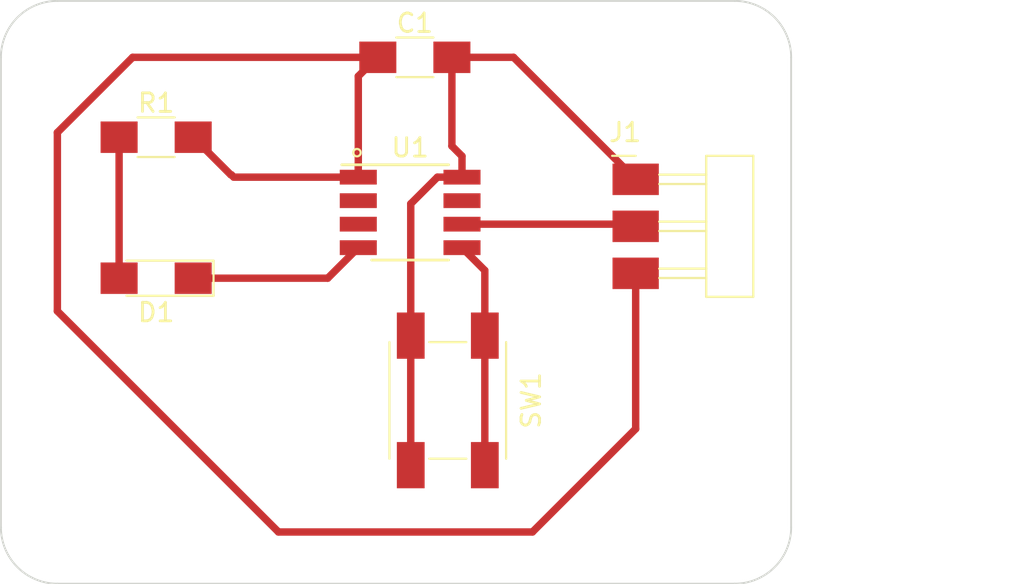
<source format=kicad_pcb>
(kicad_pcb (version 20211014) (generator pcbnew)
  (layers (0 "F.Cu" signal) (31 "B.Cu" signal) (34 "B.Paste" user) (35 "F.Paste" user) (36 "B.SilkS" user "B.Silkscreen") (37 "F.SilkS" user "F.Silkscreen") (38 "B.Mask" user) (39 "F.Mask" user) (44 "Edge.Cuts" user))
  (net 0 "")
  (net 1 "Net-(C1-Pad2)")
  (net 2 "Net-(C1-Pad1)")
  (net 6 "Net-(R1-Pad1)")
  (net 7 "Net-(U1-Pad4)")
  (net 8 "Net-(U1-Pad6)")
  (net 9 "Net-(U1-Pad5)")
  (footprint "fab:SOIC-8_3.9x4.9mm_P1.27mm" (layer "F.Cu") (at 206.756 39.624)
    (fp_text reference "U1" (at 0 -3.5) (layer "F.SilkS"))
    (fp_text value "Microcontroller_ATtiny412_SSFR")
    (fp_line (start -3.69 -2.575) (end 2.075 -2.575) (layer "F.SilkS") (width 0.15))
    (fp_line (start -2.075 2.575) (end 2.075 2.575) (layer "F.SilkS") (width 0.15))
    (fp_circle (center -2.87 -3.23) (end -2.67 -3.23) (layer "F.SilkS") (width 0.12) (fill none))
    (pad "1" smd rect locked (at -2.8 -1.905) (size 2 0.8) (layers "F.Cu" "F.Paste" "F.Mask") (net 2 "Net-(C1-Pad1)"))
    (pad "2" smd rect locked (at -2.8 -0.635) (size 2 0.8) (layers "F.Cu" "F.Paste" "F.Mask"))
    (pad "3" smd rect locked (at -2.8 0.635) (size 2 0.8) (layers "F.Cu" "F.Paste" "F.Mask"))
    (pad "4" smd rect locked (at -2.8 1.905) (size 2 0.8) (layers "F.Cu" "F.Paste" "F.Mask") (net 7 "Net-(U1-Pad4)"))
    (pad "5" smd rect locked (at 2.8 1.905) (size 2 0.8) (layers "F.Cu" "F.Paste" "F.Mask") (net 9 "Net-(U1-Pad5)"))
    (pad "6" smd rect locked (at 2.8 0.635) (size 2 0.8) (layers "F.Cu" "F.Paste" "F.Mask") (net 8 "Net-(U1-Pad6)"))
    (pad "7" smd rect locked (at 2.8 -0.635) (size 2 0.8) (layers "F.Cu" "F.Paste" "F.Mask"))
    (pad "8" smd rect locked (at 2.8 -1.905) (size 2 0.8) (layers "F.Cu" "F.Paste" "F.Mask") (net 1 "Net-(C1-Pad2)"))
  )
  (footprint "fab:C_1206" (layer "F.Cu") (at 207.01 31.242)
    (fp_text reference "C1" (at 0 -1.85) (layer "F.SilkS"))
    (fp_text value "C")
    (fp_line (start -1 -1.07) (end 1 -1.07) (layer "F.SilkS") (width 0.12))
    (fp_line (start 1 1.07) (end -1 1.07) (layer "F.SilkS") (width 0.12))
    (pad "1" smd rect locked (at -2 0) (size 2 1.7) (layers "F.Cu" "F.Paste" "F.Mask") (net 2 "Net-(C1-Pad1)"))
    (pad "2" smd rect locked (at 2 0) (size 2 1.7) (layers "F.Cu" "F.Paste" "F.Mask") (net 1 "Net-(C1-Pad2)"))
  )
  (footprint "fab:R_1206" (layer "F.Cu") (at 193.04 35.56)
    (fp_text reference "R1" (at 0 -1.85) (layer "F.SilkS"))
    (fp_text value "R")
    (fp_line (start 1 1.07) (end -1 1.07) (layer "F.SilkS") (width 0.12))
    (fp_line (start -1 -1.07) (end 1 -1.07) (layer "F.SilkS") (width 0.12))
    (pad "1" smd rect locked (at -2 0) (size 2 1.7) (layers "F.Cu" "F.Paste" "F.Mask") (net 6 "Net-(R1-Pad1)"))
    (pad "2" smd rect locked (at 2 0) (size 2 1.7) (layers "F.Cu" "F.Paste" "F.Mask") (net 2 "Net-(C1-Pad1)"))
  )
  (footprint "fab:LED_1206" (layer "F.Cu") (at 193.04 43.18 180)
    (fp_text reference "D1" (at 0 -1.85) (layer "F.SilkS"))
    (fp_text value "LED")
    (fp_line (start -3.1 -0.95) (end -3.1 0.95) (layer "F.SilkS") (width 0.12))
    (fp_line (start -3.1 0.95) (end 1.6 0.95) (layer "F.SilkS") (width 0.12))
    (fp_line (start -3.1 -0.95) (end 1.6 -0.95) (layer "F.SilkS") (width 0.12))
    (pad "1" smd rect locked (at -2 0 180) (size 2 1.7) (layers "F.Cu" "F.Paste" "F.Mask") (net 7 "Net-(U1-Pad4)"))
    (pad "2" smd rect locked (at 2 0 180) (size 2 1.7) (layers "F.Cu" "F.Paste" "F.Mask") (net 6 "Net-(R1-Pad1)"))
  )
  (footprint "fab:Button_Omron_B3SN_6x6mm" (layer "F.Cu") (at 208.788 49.784 -90)
    (fp_text reference "SW1" (at 0 -4.5 90) (layer "F.SilkS"))
    (fp_text value "PushSwitch")
    (fp_line (start 3.15 -1) (end 3.15 1) (layer "F.SilkS") (width 0.12))
    (fp_line (start -3.15 1) (end -3.15 -1) (layer "F.SilkS") (width 0.12))
    (fp_line (start -3.15 -3.15) (end 3.15 -3.15) (layer "F.SilkS") (width 0.12))
    (fp_line (start 3.15 3.15) (end -3.15 3.15) (layer "F.SilkS") (width 0.12))
    (pad "1" smd rect locked (at -3.5 -2 270) (size 2.5 1.5) (layers "F.Cu" "F.Paste" "F.Mask") (net 9 "Net-(U1-Pad5)"))
    (pad "1" smd rect locked (at 3.5 -2 270) (size 2.5 1.5) (layers "F.Cu" "F.Paste" "F.Mask") (net 9 "Net-(U1-Pad5)"))
    (pad "2" smd rect locked (at -3.5 2 270) (size 2.5 1.5) (layers "F.Cu" "F.Paste" "F.Mask") (net 1 "Net-(C1-Pad2)"))
    (pad "2" smd rect locked (at 3.5 2 270) (size 2.5 1.5) (layers "F.Cu" "F.Paste" "F.Mask") (net 1 "Net-(C1-Pad2)"))
  )
  (footprint "fab:PinHeader_1x03_P2.54mm_Horizontal_SMD" (layer "F.Cu") (at 218.934 37.836)
    (fp_text reference "J1" (at -1.524 -2.54 180) (layer "F.SilkS") (effects (justify left)))
    (fp_text value "Conn_PinHeader_1x03_P2.54mm_Horizontal_SMD")
    (fp_line (start 3.81 -0.254) (end 1.27 -0.254) (layer "F.SilkS") (width 0.12))
    (fp_line (start 3.81 5.334) (end 1.27 5.334) (layer "F.SilkS") (width 0.12))
    (fp_line (start 3.81 2.286) (end 1.27 2.286) (layer "F.SilkS") (width 0.12))
    (fp_line (start -1.27 -1.27) (end 0 -1.27) (layer "F.SilkS") (width 0.12))
    (fp_line (start 3.81 -1.27) (end 6.35 -1.27) (layer "F.SilkS") (width 0.12))
    (fp_line (start 3.81 4.826) (end 1.27 4.826) (layer "F.SilkS") (width 0.12))
    (fp_line (start 6.35 -1.27) (end 6.35 6.35) (layer "F.SilkS") (width 0.12))
    (fp_line (start 6.35 6.35) (end 3.81 6.35) (layer "F.SilkS") (width 0.12))
    (fp_line (start 3.81 2.794) (end 1.27 2.794) (layer "F.SilkS") (width 0.12))
    (fp_line (start 3.81 0.254) (end 1.27 0.254) (layer "F.SilkS") (width 0.12))
    (fp_line (start 3.81 6.35) (end 3.81 -1.27) (layer "F.SilkS") (width 0.12))
    (pad "1" smd rect locked (at 0 0) (size 2.5 1.7) (layers "F.Cu" "F.Paste" "F.Mask") (net 1 "Net-(C1-Pad2)"))
    (pad "2" smd rect locked (at 0 2.54) (size 2.5 1.7) (layers "F.Cu" "F.Paste" "F.Mask") (net 8 "Net-(U1-Pad6)"))
    (pad "3" smd rect locked (at 0 5.08) (size 2.5 1.7) (layers "F.Cu" "F.Paste" "F.Mask") (net 2 "Net-(C1-Pad1)"))
  )
  (gr_arc (start 224.282 28.194) (mid 226.437261 29.086739) (end 227.33 31.242) (layer "Edge.Cuts") (width 0.1))
  (gr_line (start 184.658 56.642) (end 184.658 31.242) (layer "Edge.Cuts") (width 0.1))
  (gr_line (start 187.706 59.69) (end 224.282 59.69) (layer "Edge.Cuts") (width 0.1))
  (gr_line (start 187.706 28.194) (end 224.282 28.194) (layer "Edge.Cuts") (width 0.1))
  (gr_arc (start 187.706 59.69) (mid 185.550739 58.797261) (end 184.658 56.642) (layer "Edge.Cuts") (width 0.1))
  (gr_arc (start 227.33 56.642) (mid 226.437261 58.797261) (end 224.282 59.69) (layer "Edge.Cuts") (width 0.1))
  (gr_line (start 227.33 56.642) (end 227.33 31.242) (layer "Edge.Cuts") (width 0.1))
  (gr_arc (start 184.658 31.242) (mid 185.550739 29.086739) (end 187.706 28.194) (layer "Edge.Cuts") (width 0.1))
  (segment (start 212.34 31.242) (end 218.934 37.836) (width 0.4) (layer "F.Cu") (net 1))
  (segment (start 209.01 31.242) (end 209.01 36.036) (width 0.4) (layer "F.Cu") (net 1))
  (segment (start 209.01 31.242) (end 209.042 31.242) (width 0.4) (layer "F.Cu") (net 1))
  (segment (start 206.788 53.284) (end 206.788 46.284) (width 0.4) (layer "F.Cu") (net 1))
  (segment (start 206.788 39.157978) (end 208.226978 37.719) (width 0.4) (layer "F.Cu") (net 1))
  (segment (start 208.226978 37.719) (end 209.556 37.719) (width 0.4) (layer "F.Cu") (net 1))
  (segment (start 209.01 36.036) (end 209.556 36.582) (width 0.4) (layer "F.Cu") (net 1))
  (segment (start 209.556 36.582) (end 209.556 37.719) (width 0.4) (layer "F.Cu") (net 1))
  (segment (start 206.788 46.284) (end 206.788 39.157978) (width 0.4) (layer "F.Cu") (net 1))
  (segment (start 209.01 31.242) (end 209.01 30.766) (width 0.4) (layer "F.Cu") (net 1))
  (segment (start 209.01 31.242) (end 212.34 31.242) (width 0.4) (layer "F.Cu") (net 1))
  (segment (start 199.644 56.896) (end 187.706 44.958) (width 0.4) (layer "F.Cu") (net 2))
  (segment (start 213.36 56.896) (end 199.644 56.896) (width 0.4) (layer "F.Cu") (net 2))
  (segment (start 195.04 35.56) (end 197.072 37.592) (width 0.4) (layer "F.Cu") (net 2))
  (segment (start 218.934 42.916) (end 218.934 51.322) (width 0.4) (layer "F.Cu") (net 2))
  (segment (start 204.978 31.242) (end 203.956 32.264) (width 0.4) (layer "F.Cu") (net 2))
  (segment (start 218.934 51.322) (end 213.36 56.896) (width 0.4) (layer "F.Cu") (net 2))
  (segment (start 197.104 37.592) (end 197.231 37.719) (width 0.4) (layer "F.Cu") (net 2))
  (segment (start 203.956 37.719) (end 203.956 37.078) (width 0.4) (layer "F.Cu") (net 2))
  (segment (start 197.231 37.719) (end 203.956 37.719) (width 0.4) (layer "F.Cu") (net 2))
  (segment (start 203.956 32.264) (end 203.956 37.719) (width 0.4) (layer "F.Cu") (net 2))
  (segment (start 205.01 31.242) (end 204.978 31.242) (width 0.4) (layer "F.Cu") (net 2))
  (segment (start 191.77 31.242) (end 205.01 31.242) (width 0.4) (layer "F.Cu") (net 2))
  (segment (start 197.072 37.592) (end 197.104 37.592) (width 0.4) (layer "F.Cu") (net 2))
  (segment (start 187.706 44.958) (end 187.706 35.306) (width 0.4) (layer "F.Cu") (net 2))
  (segment (start 187.706 35.306) (end 191.77 31.242) (width 0.4) (layer "F.Cu") (net 2))
  (segment (start 191.04 43.18) (end 191.04 35.56) (width 0.4) (layer "F.Cu") (net 6))
  (segment (start 202.305 43.18) (end 203.956 41.529) (width 0.4) (layer "F.Cu") (net 7))
  (segment (start 195.04 43.18) (end 202.305 43.18) (width 0.4) (layer "F.Cu") (net 7))
  (segment (start 218.817 40.259) (end 218.934 40.376) (width 0.4) (layer "F.Cu") (net 8))
  (segment (start 209.556 40.259) (end 218.817 40.259) (width 0.4) (layer "F.Cu") (net 8))
  (segment (start 210.788 53.284) (end 210.788 46.284) (width 0.4) (layer "F.Cu") (net 9))
  (segment (start 210.788 42.761) (end 209.556 41.529) (width 0.4) (layer "F.Cu") (net 9))
  (segment (start 210.788 46.284) (end 210.788 42.761) (width 0.4) (layer "F.Cu") (net 9))
)
</source>
